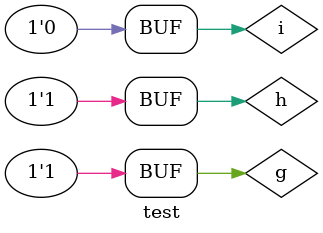
<source format=sv>
module test;
	reg g,h,i;
  	wire j;
  
  blocB blocB1 (.a    (g),
                  .b    (h),
                  .c    (i),
                  .y    (j)
                  );
  initial 
    begin
  $dumpfile("dump.vcd");$dumpvars;
      g = 1;
      h = 1;
      i = 1;
      #10 
      i = 0;
      #10;
      #10;
      
  	end

  initial $monitor($time, g, h, i, j);
endmodule
</source>
